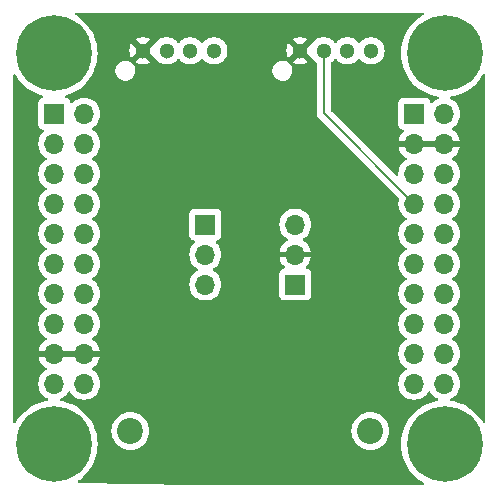
<source format=gbr>
%TF.GenerationSoftware,KiCad,Pcbnew,7.0.9*%
%TF.CreationDate,2023-12-29T11:45:24+09:00*%
%TF.ProjectId,CAT4238_Unit,43415434-3233-4385-9f55-6e69742e6b69,rev?*%
%TF.SameCoordinates,Original*%
%TF.FileFunction,Copper,L6,Bot*%
%TF.FilePolarity,Positive*%
%FSLAX46Y46*%
G04 Gerber Fmt 4.6, Leading zero omitted, Abs format (unit mm)*
G04 Created by KiCad (PCBNEW 7.0.9) date 2023-12-29 11:45:24*
%MOMM*%
%LPD*%
G01*
G04 APERTURE LIST*
%TA.AperFunction,ComponentPad*%
%ADD10R,1.700000X1.700000*%
%TD*%
%TA.AperFunction,ComponentPad*%
%ADD11O,1.700000X1.700000*%
%TD*%
%TA.AperFunction,ComponentPad*%
%ADD12C,0.800000*%
%TD*%
%TA.AperFunction,ComponentPad*%
%ADD13C,6.400000*%
%TD*%
%TA.AperFunction,ComponentPad*%
%ADD14C,2.200000*%
%TD*%
%TA.AperFunction,ComponentPad*%
%ADD15O,2.200000X2.200000*%
%TD*%
%TA.AperFunction,ComponentPad*%
%ADD16C,1.300000*%
%TD*%
%TA.AperFunction,Conductor*%
%ADD17C,0.200000*%
%TD*%
G04 APERTURE END LIST*
D10*
%TO.P,J5,1,Pin_1*%
%TO.N,+5V*%
X135890000Y-81240000D03*
D11*
%TO.P,J5,2,Pin_2*%
X138430000Y-81240000D03*
%TO.P,J5,3,Pin_3*%
%TO.N,/EN*%
X135890000Y-83780000D03*
%TO.P,J5,4,Pin_4*%
%TO.N,/IO34*%
X138430000Y-83780000D03*
%TO.P,J5,5,Pin_5*%
%TO.N,/IO32*%
X135890000Y-86320000D03*
%TO.P,J5,6,Pin_6*%
%TO.N,/IO35*%
X138430000Y-86320000D03*
%TO.P,J5,7,Pin_7*%
%TO.N,/IO25*%
X135890000Y-88860000D03*
%TO.P,J5,8,Pin_8*%
%TO.N,/IO33*%
X138430000Y-88860000D03*
%TO.P,J5,9,Pin_9*%
%TO.N,/IO27*%
X135890000Y-91400000D03*
%TO.P,J5,10,Pin_10*%
%TO.N,/IO26*%
X138430000Y-91400000D03*
%TO.P,J5,11,Pin_11*%
%TO.N,/IO12*%
X135890000Y-93940000D03*
%TO.P,J5,12,Pin_12*%
%TO.N,/IO14*%
X138430000Y-93940000D03*
%TO.P,J5,13,Pin_13*%
%TO.N,unconnected-(J5-Pin_13-Pad13)*%
X135890000Y-96480000D03*
%TO.P,J5,14,Pin_14*%
%TO.N,unconnected-(J5-Pin_14-Pad14)*%
X138430000Y-96480000D03*
%TO.P,J5,15,Pin_15*%
%TO.N,unconnected-(J5-Pin_15-Pad15)*%
X135890000Y-99020000D03*
%TO.P,J5,16,Pin_16*%
%TO.N,unconnected-(J5-Pin_16-Pad16)*%
X138430000Y-99020000D03*
%TO.P,J5,17,Pin_17*%
%TO.N,GND*%
X135890000Y-101560000D03*
%TO.P,J5,18,Pin_18*%
X138430000Y-101560000D03*
%TO.P,J5,19,Pin_19*%
%TO.N,+3V3*%
X135890000Y-104100000D03*
%TO.P,J5,20,Pin_20*%
X138430000Y-104100000D03*
%TD*%
D12*
%TO.P,H2,1*%
%TO.N,N/C*%
X133450000Y-109220000D03*
X134152944Y-107522944D03*
X134152944Y-110917056D03*
X135850000Y-106820000D03*
D13*
X135850000Y-109220000D03*
D12*
X135850000Y-111620000D03*
X137547056Y-107522944D03*
X137547056Y-110917056D03*
X138250000Y-109220000D03*
%TD*%
D14*
%TO.P,L1,1,1*%
%TO.N,+5V*%
X142340000Y-108100000D03*
D15*
%TO.P,L1,2,2*%
%TO.N,Net-(IC1-SW)*%
X162660000Y-108100000D03*
%TD*%
D12*
%TO.P,H1,1*%
%TO.N,N/C*%
X133450000Y-76120000D03*
X134152944Y-74422944D03*
X134152944Y-77817056D03*
X135850000Y-73720000D03*
D13*
X135850000Y-76120000D03*
D12*
X135850000Y-78520000D03*
X137547056Y-74422944D03*
X137547056Y-77817056D03*
X138250000Y-76120000D03*
%TD*%
D10*
%TO.P,J6,1,Pin_1*%
%TO.N,+3V3*%
X166370000Y-81240000D03*
D11*
%TO.P,J6,2,Pin_2*%
X168910000Y-81240000D03*
%TO.P,J6,3,Pin_3*%
%TO.N,GND*%
X166370000Y-83780000D03*
%TO.P,J6,4,Pin_4*%
X168910000Y-83780000D03*
%TO.P,J6,5,Pin_5*%
%TO.N,/TXD0*%
X166370000Y-86320000D03*
%TO.P,J6,6,Pin_6*%
%TO.N,/IO22*%
X168910000Y-86320000D03*
%TO.P,J6,7,Pin_7*%
%TO.N,/IO21*%
X166370000Y-88860000D03*
%TO.P,J6,8,Pin_8*%
%TO.N,/RXD0*%
X168910000Y-88860000D03*
%TO.P,J6,9,Pin_9*%
%TO.N,/IO18*%
X166370000Y-91400000D03*
%TO.P,J6,10,Pin_10*%
%TO.N,/IO19*%
X168910000Y-91400000D03*
%TO.P,J6,11,Pin_11*%
%TO.N,/IO17*%
X166370000Y-93940000D03*
%TO.P,J6,12,Pin_12*%
%TO.N,/IO5*%
X168910000Y-93940000D03*
%TO.P,J6,13,Pin_13*%
%TO.N,/IO4*%
X166370000Y-96480000D03*
%TO.P,J6,14,Pin_14*%
%TO.N,/IO16*%
X168910000Y-96480000D03*
%TO.P,J6,15,Pin_15*%
%TO.N,/IO2*%
X166370000Y-99020000D03*
%TO.P,J6,16,Pin_16*%
%TO.N,/IO0*%
X168910000Y-99020000D03*
%TO.P,J6,17,Pin_17*%
%TO.N,/IO15*%
X166370000Y-101560000D03*
%TO.P,J6,18,Pin_18*%
%TO.N,/IO13*%
X168910000Y-101560000D03*
%TO.P,J6,19,Pin_19*%
%TO.N,+5V*%
X166370000Y-104100000D03*
%TO.P,J6,20,Pin_20*%
X168910000Y-104100000D03*
%TD*%
D16*
%TO.P,J2,1,1*%
%TO.N,GND*%
X143400000Y-75900000D03*
%TO.P,J2,2,2*%
%TO.N,/IO21*%
X145400000Y-75900000D03*
%TO.P,J2,3,3*%
%TO.N,/IO32*%
X147400000Y-75900000D03*
%TO.P,J2,4,4*%
%TO.N,+5V*%
X149400000Y-75900000D03*
%TD*%
D12*
%TO.P,H3,1*%
%TO.N,N/C*%
X166550000Y-76120000D03*
X167252944Y-74422944D03*
X167252944Y-77817056D03*
X168950000Y-73720000D03*
D13*
X168950000Y-76120000D03*
D12*
X168950000Y-78520000D03*
X170647056Y-74422944D03*
X170647056Y-77817056D03*
X171350000Y-76120000D03*
%TD*%
D10*
%TO.P,J3,1,Pin_1*%
%TO.N,/SHDN*%
X148680000Y-90620000D03*
D11*
%TO.P,J3,2,Pin_2*%
%TO.N,unconnected-(J3-Pin_2-Pad2)*%
X148680000Y-93160000D03*
%TO.P,J3,3,Pin_3*%
%TO.N,+5V*%
X148680000Y-95700000D03*
%TD*%
D16*
%TO.P,J1,1,1*%
%TO.N,GND*%
X156700000Y-75900000D03*
%TO.P,J1,2,2*%
%TO.N,/IO21*%
X158700000Y-75900000D03*
%TO.P,J1,3,3*%
%TO.N,/LED_-*%
X160700000Y-75900000D03*
%TO.P,J1,4,4*%
%TO.N,/LED_+*%
X162700000Y-75900000D03*
%TD*%
D12*
%TO.P,H4,1*%
%TO.N,N/C*%
X166550000Y-109220000D03*
X167252944Y-107522944D03*
X167252944Y-110917056D03*
X168950000Y-106820000D03*
D13*
X168950000Y-109220000D03*
D12*
X168950000Y-111620000D03*
X170647056Y-107522944D03*
X170647056Y-110917056D03*
X171350000Y-109220000D03*
%TD*%
D10*
%TO.P,J4,1,Pin_1*%
%TO.N,Net-(IC1-SW)*%
X156300000Y-95700000D03*
D11*
%TO.P,J4,2,Pin_2*%
%TO.N,GND*%
X156300000Y-93160000D03*
%TO.P,J4,3,Pin_3*%
%TO.N,/LED_-*%
X156300000Y-90620000D03*
%TD*%
D17*
%TO.N,/IO21*%
X158700000Y-75900000D02*
X158700000Y-81190000D01*
X158700000Y-81190000D02*
X166370000Y-88860000D01*
%TD*%
%TA.AperFunction,Conductor*%
%TO.N,GND*%
G36*
X167119515Y-72690185D02*
G01*
X167165270Y-72742989D01*
X167175214Y-72812147D01*
X167146189Y-72875703D01*
X167108770Y-72904985D01*
X167097211Y-72910874D01*
X167097208Y-72910875D01*
X166771917Y-73122122D01*
X166470488Y-73366215D01*
X166470480Y-73366222D01*
X166196222Y-73640480D01*
X166196215Y-73640488D01*
X165952122Y-73941917D01*
X165740877Y-74267206D01*
X165564787Y-74612802D01*
X165425788Y-74974905D01*
X165325397Y-75349570D01*
X165325397Y-75349572D01*
X165264722Y-75732660D01*
X165244422Y-76119999D01*
X165244422Y-76120000D01*
X165264722Y-76507339D01*
X165314568Y-76822053D01*
X165325398Y-76890433D01*
X165408150Y-77199270D01*
X165425788Y-77265094D01*
X165564787Y-77627197D01*
X165740877Y-77972793D01*
X165952122Y-78298082D01*
X166043345Y-78410733D01*
X166196219Y-78599516D01*
X166470484Y-78873781D01*
X166470488Y-78873784D01*
X166771917Y-79117877D01*
X167097206Y-79329122D01*
X167097211Y-79329125D01*
X167442806Y-79505214D01*
X167804913Y-79644214D01*
X168179567Y-79744602D01*
X168332676Y-79768851D01*
X168395809Y-79798780D01*
X168432741Y-79858091D01*
X168431743Y-79927954D01*
X168393134Y-79986186D01*
X168365683Y-80003706D01*
X168232168Y-80065966D01*
X168038600Y-80201503D01*
X167916673Y-80323430D01*
X167855350Y-80356914D01*
X167785658Y-80351930D01*
X167729725Y-80310058D01*
X167712810Y-80279081D01*
X167663797Y-80147671D01*
X167663793Y-80147664D01*
X167577547Y-80032455D01*
X167577544Y-80032452D01*
X167462335Y-79946206D01*
X167462328Y-79946202D01*
X167327482Y-79895908D01*
X167327483Y-79895908D01*
X167267883Y-79889501D01*
X167267881Y-79889500D01*
X167267873Y-79889500D01*
X167267864Y-79889500D01*
X165472129Y-79889500D01*
X165472123Y-79889501D01*
X165412516Y-79895908D01*
X165277671Y-79946202D01*
X165277664Y-79946206D01*
X165162455Y-80032452D01*
X165162452Y-80032455D01*
X165076206Y-80147664D01*
X165076202Y-80147671D01*
X165025908Y-80282517D01*
X165019501Y-80342116D01*
X165019500Y-80342135D01*
X165019500Y-82137870D01*
X165019501Y-82137876D01*
X165025908Y-82197483D01*
X165076202Y-82332328D01*
X165076206Y-82332335D01*
X165162452Y-82447544D01*
X165162455Y-82447547D01*
X165277664Y-82533793D01*
X165277671Y-82533797D01*
X165277674Y-82533798D01*
X165409598Y-82583002D01*
X165465531Y-82624873D01*
X165489949Y-82690337D01*
X165475098Y-82758610D01*
X165453947Y-82786865D01*
X165331886Y-82908926D01*
X165196400Y-83102420D01*
X165196399Y-83102422D01*
X165096570Y-83316507D01*
X165096567Y-83316513D01*
X165039364Y-83529999D01*
X165039364Y-83530000D01*
X165936314Y-83530000D01*
X165910507Y-83570156D01*
X165870000Y-83708111D01*
X165870000Y-83851889D01*
X165910507Y-83989844D01*
X165936314Y-84030000D01*
X165039364Y-84030000D01*
X165096567Y-84243486D01*
X165096570Y-84243492D01*
X165196399Y-84457578D01*
X165331894Y-84651082D01*
X165498917Y-84818105D01*
X165684595Y-84948119D01*
X165728219Y-85002696D01*
X165735412Y-85072195D01*
X165703890Y-85134549D01*
X165684595Y-85151269D01*
X165498594Y-85281508D01*
X165331505Y-85448597D01*
X165195965Y-85642169D01*
X165195964Y-85642171D01*
X165096098Y-85856335D01*
X165096094Y-85856344D01*
X165034938Y-86084586D01*
X165034936Y-86084596D01*
X165014341Y-86319999D01*
X165014341Y-86320000D01*
X165016777Y-86347844D01*
X165003010Y-86416344D01*
X164954395Y-86466528D01*
X164886367Y-86482461D01*
X164820523Y-86459086D01*
X164805568Y-86446333D01*
X159336819Y-80977584D01*
X159303334Y-80916261D01*
X159300500Y-80889903D01*
X159300500Y-76950437D01*
X159320185Y-76883398D01*
X159359222Y-76845010D01*
X159396302Y-76822052D01*
X159553872Y-76678407D01*
X159601046Y-76615938D01*
X159657155Y-76574303D01*
X159726867Y-76569612D01*
X159788049Y-76603354D01*
X159798953Y-76615938D01*
X159846128Y-76678407D01*
X160003698Y-76822052D01*
X160184981Y-76934298D01*
X160383802Y-77011321D01*
X160593390Y-77050500D01*
X160593392Y-77050500D01*
X160806608Y-77050500D01*
X160806610Y-77050500D01*
X161016198Y-77011321D01*
X161215019Y-76934298D01*
X161396302Y-76822052D01*
X161553872Y-76678407D01*
X161601046Y-76615938D01*
X161657155Y-76574303D01*
X161726867Y-76569612D01*
X161788049Y-76603354D01*
X161798953Y-76615938D01*
X161846128Y-76678407D01*
X162003698Y-76822052D01*
X162184981Y-76934298D01*
X162383802Y-77011321D01*
X162593390Y-77050500D01*
X162593392Y-77050500D01*
X162806608Y-77050500D01*
X162806610Y-77050500D01*
X163016198Y-77011321D01*
X163215019Y-76934298D01*
X163396302Y-76822052D01*
X163553872Y-76678407D01*
X163682366Y-76508255D01*
X163777405Y-76317389D01*
X163835756Y-76112310D01*
X163855429Y-75900000D01*
X163835756Y-75687690D01*
X163777405Y-75482611D01*
X163777403Y-75482606D01*
X163777403Y-75482605D01*
X163682367Y-75291746D01*
X163553872Y-75121593D01*
X163396302Y-74977948D01*
X163215019Y-74865702D01*
X163215017Y-74865701D01*
X163017447Y-74789163D01*
X163016198Y-74788679D01*
X162806610Y-74749500D01*
X162593390Y-74749500D01*
X162383802Y-74788679D01*
X162383799Y-74788679D01*
X162383799Y-74788680D01*
X162184982Y-74865701D01*
X162184980Y-74865702D01*
X162003699Y-74977947D01*
X161846126Y-75121594D01*
X161798953Y-75184061D01*
X161742844Y-75225696D01*
X161673132Y-75230387D01*
X161611950Y-75196644D01*
X161601047Y-75184061D01*
X161553873Y-75121594D01*
X161553872Y-75121593D01*
X161396302Y-74977948D01*
X161215019Y-74865702D01*
X161215017Y-74865701D01*
X161017447Y-74789163D01*
X161016198Y-74788679D01*
X160806610Y-74749500D01*
X160593390Y-74749500D01*
X160383802Y-74788679D01*
X160383799Y-74788679D01*
X160383799Y-74788680D01*
X160184982Y-74865701D01*
X160184980Y-74865702D01*
X160003699Y-74977947D01*
X159846126Y-75121594D01*
X159798953Y-75184061D01*
X159742844Y-75225696D01*
X159673132Y-75230387D01*
X159611950Y-75196644D01*
X159601047Y-75184061D01*
X159553873Y-75121594D01*
X159553872Y-75121593D01*
X159396302Y-74977948D01*
X159215019Y-74865702D01*
X159215017Y-74865701D01*
X159017447Y-74789163D01*
X159016198Y-74788679D01*
X158806610Y-74749500D01*
X158593390Y-74749500D01*
X158383802Y-74788679D01*
X158383799Y-74788679D01*
X158383799Y-74788680D01*
X158184982Y-74865701D01*
X158184980Y-74865702D01*
X158003699Y-74977947D01*
X157846126Y-75121594D01*
X157764065Y-75230259D01*
X157707956Y-75271894D01*
X157677280Y-75276271D01*
X157097953Y-75855598D01*
X157085165Y-75774852D01*
X157027641Y-75661955D01*
X156938045Y-75572359D01*
X156825148Y-75514835D01*
X156744400Y-75502046D01*
X157317007Y-74929438D01*
X157214789Y-74866149D01*
X157016063Y-74789163D01*
X157016058Y-74789162D01*
X156806561Y-74750000D01*
X156593439Y-74750000D01*
X156383941Y-74789162D01*
X156383940Y-74789162D01*
X156185208Y-74866151D01*
X156185205Y-74866152D01*
X156082991Y-74929438D01*
X156655600Y-75502046D01*
X156574852Y-75514835D01*
X156461955Y-75572359D01*
X156372359Y-75661955D01*
X156314835Y-75774852D01*
X156302046Y-75855600D01*
X155726835Y-75280389D01*
X155718056Y-75292015D01*
X155623066Y-75482783D01*
X155623058Y-75482803D01*
X155564738Y-75687780D01*
X155564737Y-75687783D01*
X155545073Y-75899999D01*
X155545073Y-75900000D01*
X155564737Y-76112216D01*
X155564738Y-76112219D01*
X155623058Y-76317196D01*
X155623066Y-76317216D01*
X155718060Y-76507990D01*
X155726834Y-76519609D01*
X155726835Y-76519609D01*
X156302046Y-75944399D01*
X156314835Y-76025148D01*
X156372359Y-76138045D01*
X156461955Y-76227641D01*
X156574852Y-76285165D01*
X156655599Y-76297953D01*
X156082991Y-76870560D01*
X156082992Y-76870561D01*
X156185201Y-76933845D01*
X156185210Y-76933850D01*
X156383936Y-77010836D01*
X156383941Y-77010837D01*
X156593439Y-77050000D01*
X156806561Y-77050000D01*
X157016058Y-77010837D01*
X157016063Y-77010836D01*
X157214789Y-76933850D01*
X157214793Y-76933848D01*
X157317007Y-76870560D01*
X156744401Y-76297953D01*
X156825148Y-76285165D01*
X156938045Y-76227641D01*
X157027641Y-76138045D01*
X157085165Y-76025148D01*
X157097953Y-75944400D01*
X157679327Y-76525774D01*
X157724766Y-76535758D01*
X157764063Y-76569736D01*
X157798954Y-76615939D01*
X157846127Y-76678406D01*
X158003699Y-76822053D01*
X158006130Y-76823558D01*
X158040777Y-76845010D01*
X158087412Y-76897036D01*
X158099500Y-76950437D01*
X158099500Y-81146571D01*
X158098969Y-81154673D01*
X158094318Y-81189999D01*
X158094318Y-81190000D01*
X158099500Y-81229360D01*
X158114955Y-81346760D01*
X158114956Y-81346762D01*
X158175464Y-81492841D01*
X158271718Y-81618282D01*
X158299995Y-81639980D01*
X158306085Y-81645320D01*
X161687958Y-85027193D01*
X165037233Y-88376468D01*
X165070718Y-88437791D01*
X165069327Y-88496241D01*
X165034939Y-88624583D01*
X165034936Y-88624596D01*
X165014341Y-88859999D01*
X165014341Y-88860000D01*
X165034936Y-89095403D01*
X165034938Y-89095413D01*
X165096094Y-89323655D01*
X165096096Y-89323659D01*
X165096097Y-89323663D01*
X165176004Y-89495023D01*
X165195965Y-89537830D01*
X165195967Y-89537834D01*
X165226547Y-89581506D01*
X165331501Y-89731396D01*
X165331506Y-89731402D01*
X165498597Y-89898493D01*
X165498603Y-89898498D01*
X165684158Y-90028425D01*
X165727783Y-90083002D01*
X165734977Y-90152500D01*
X165703454Y-90214855D01*
X165684158Y-90231575D01*
X165498597Y-90361505D01*
X165331505Y-90528597D01*
X165195965Y-90722169D01*
X165195964Y-90722171D01*
X165096098Y-90936335D01*
X165096094Y-90936344D01*
X165034938Y-91164586D01*
X165034936Y-91164596D01*
X165014341Y-91399999D01*
X165014341Y-91400000D01*
X165034936Y-91635403D01*
X165034938Y-91635413D01*
X165096094Y-91863655D01*
X165096096Y-91863659D01*
X165096097Y-91863663D01*
X165145916Y-91970499D01*
X165195965Y-92077830D01*
X165195967Y-92077834D01*
X165258174Y-92166674D01*
X165331501Y-92271396D01*
X165331506Y-92271402D01*
X165498597Y-92438493D01*
X165498603Y-92438498D01*
X165684158Y-92568425D01*
X165727783Y-92623002D01*
X165734977Y-92692500D01*
X165703454Y-92754855D01*
X165684158Y-92771575D01*
X165498597Y-92901505D01*
X165331505Y-93068597D01*
X165195965Y-93262169D01*
X165195964Y-93262171D01*
X165096098Y-93476335D01*
X165096094Y-93476344D01*
X165034938Y-93704586D01*
X165034936Y-93704596D01*
X165014341Y-93939999D01*
X165014341Y-93940000D01*
X165034936Y-94175403D01*
X165034938Y-94175413D01*
X165096094Y-94403655D01*
X165096096Y-94403659D01*
X165096097Y-94403663D01*
X165130294Y-94476998D01*
X165195965Y-94617830D01*
X165195967Y-94617834D01*
X165226547Y-94661506D01*
X165331501Y-94811396D01*
X165331506Y-94811402D01*
X165498597Y-94978493D01*
X165498603Y-94978498D01*
X165684158Y-95108425D01*
X165727783Y-95163002D01*
X165734977Y-95232500D01*
X165703454Y-95294855D01*
X165684158Y-95311575D01*
X165498597Y-95441505D01*
X165331505Y-95608597D01*
X165195965Y-95802169D01*
X165195964Y-95802171D01*
X165096098Y-96016335D01*
X165096094Y-96016344D01*
X165034938Y-96244586D01*
X165034936Y-96244596D01*
X165014341Y-96479999D01*
X165014341Y-96480000D01*
X165034936Y-96715403D01*
X165034938Y-96715413D01*
X165096094Y-96943655D01*
X165096096Y-96943659D01*
X165096097Y-96943663D01*
X165145915Y-97050498D01*
X165195965Y-97157830D01*
X165195967Y-97157834D01*
X165304281Y-97312521D01*
X165331501Y-97351396D01*
X165331506Y-97351402D01*
X165498597Y-97518493D01*
X165498603Y-97518498D01*
X165684158Y-97648425D01*
X165727783Y-97703002D01*
X165734977Y-97772500D01*
X165703454Y-97834855D01*
X165684158Y-97851575D01*
X165498597Y-97981505D01*
X165331505Y-98148597D01*
X165195965Y-98342169D01*
X165195964Y-98342171D01*
X165096098Y-98556335D01*
X165096094Y-98556344D01*
X165034938Y-98784586D01*
X165034936Y-98784596D01*
X165014341Y-99019999D01*
X165014341Y-99020000D01*
X165034936Y-99255403D01*
X165034938Y-99255413D01*
X165096094Y-99483655D01*
X165096096Y-99483659D01*
X165096097Y-99483663D01*
X165100000Y-99492032D01*
X165195965Y-99697830D01*
X165195967Y-99697834D01*
X165304281Y-99852521D01*
X165331501Y-99891396D01*
X165331506Y-99891402D01*
X165498597Y-100058493D01*
X165498603Y-100058498D01*
X165684158Y-100188425D01*
X165727783Y-100243002D01*
X165734977Y-100312500D01*
X165703454Y-100374855D01*
X165684158Y-100391575D01*
X165498597Y-100521505D01*
X165331505Y-100688597D01*
X165195965Y-100882169D01*
X165195964Y-100882171D01*
X165096098Y-101096335D01*
X165096094Y-101096344D01*
X165034938Y-101324586D01*
X165034936Y-101324596D01*
X165014341Y-101559999D01*
X165014341Y-101560000D01*
X165034936Y-101795403D01*
X165034938Y-101795413D01*
X165096094Y-102023655D01*
X165096096Y-102023659D01*
X165096097Y-102023663D01*
X165175597Y-102194151D01*
X165195965Y-102237830D01*
X165195967Y-102237834D01*
X165304281Y-102392521D01*
X165331501Y-102431396D01*
X165331506Y-102431402D01*
X165498597Y-102598493D01*
X165498603Y-102598498D01*
X165684158Y-102728425D01*
X165727783Y-102783002D01*
X165734977Y-102852500D01*
X165703454Y-102914855D01*
X165684158Y-102931575D01*
X165498597Y-103061505D01*
X165331505Y-103228597D01*
X165195965Y-103422169D01*
X165195964Y-103422171D01*
X165096098Y-103636335D01*
X165096094Y-103636344D01*
X165034938Y-103864586D01*
X165034936Y-103864596D01*
X165014341Y-104099999D01*
X165014341Y-104100000D01*
X165034936Y-104335403D01*
X165034938Y-104335413D01*
X165096094Y-104563655D01*
X165096096Y-104563659D01*
X165096097Y-104563663D01*
X165100000Y-104572032D01*
X165195965Y-104777830D01*
X165195967Y-104777834D01*
X165304281Y-104932521D01*
X165331505Y-104971401D01*
X165498599Y-105138495D01*
X165595384Y-105206265D01*
X165692165Y-105274032D01*
X165692167Y-105274033D01*
X165692170Y-105274035D01*
X165906337Y-105373903D01*
X166134592Y-105435063D01*
X166322918Y-105451539D01*
X166369999Y-105455659D01*
X166370000Y-105455659D01*
X166370001Y-105455659D01*
X166409234Y-105452226D01*
X166605408Y-105435063D01*
X166833663Y-105373903D01*
X167047830Y-105274035D01*
X167241401Y-105138495D01*
X167408495Y-104971401D01*
X167538425Y-104785842D01*
X167593002Y-104742217D01*
X167662500Y-104735023D01*
X167724855Y-104766546D01*
X167741575Y-104785842D01*
X167871500Y-104971395D01*
X167871505Y-104971401D01*
X168038599Y-105138495D01*
X168135384Y-105206265D01*
X168232165Y-105274032D01*
X168232167Y-105274033D01*
X168232170Y-105274035D01*
X168336003Y-105322453D01*
X168365682Y-105336293D01*
X168418121Y-105382466D01*
X168437273Y-105449659D01*
X168417057Y-105516540D01*
X168363892Y-105561875D01*
X168332675Y-105571148D01*
X168179572Y-105595397D01*
X168179570Y-105595397D01*
X167804905Y-105695788D01*
X167442802Y-105834787D01*
X167097206Y-106010877D01*
X166771917Y-106222122D01*
X166470488Y-106466215D01*
X166470480Y-106466222D01*
X166196222Y-106740480D01*
X166196215Y-106740488D01*
X165952122Y-107041917D01*
X165740877Y-107367206D01*
X165564787Y-107712802D01*
X165425788Y-108074905D01*
X165325397Y-108449570D01*
X165325397Y-108449572D01*
X165264722Y-108832660D01*
X165244422Y-109219999D01*
X165244422Y-109220000D01*
X165264722Y-109607339D01*
X165325397Y-109990427D01*
X165325397Y-109990429D01*
X165425788Y-110365094D01*
X165564787Y-110727197D01*
X165740877Y-111072793D01*
X165952122Y-111398082D01*
X165952124Y-111398084D01*
X166196219Y-111699516D01*
X166470484Y-111973781D01*
X166470488Y-111973784D01*
X166771917Y-112217877D01*
X167097208Y-112429124D01*
X167097211Y-112429125D01*
X167108770Y-112435015D01*
X167159566Y-112482989D01*
X167176362Y-112550809D01*
X167153825Y-112616944D01*
X167099111Y-112660397D01*
X167052476Y-112669500D01*
X147669500Y-112669500D01*
X138005057Y-112503280D01*
X137938366Y-112482445D01*
X137893525Y-112428862D01*
X137884773Y-112359543D01*
X137914886Y-112296496D01*
X137939654Y-112275303D01*
X138028082Y-112217877D01*
X138028084Y-112217876D01*
X138329516Y-111973781D01*
X138603781Y-111699516D01*
X138847876Y-111398084D01*
X139059125Y-111072789D01*
X139235214Y-110727194D01*
X139374214Y-110365087D01*
X139474602Y-109990433D01*
X139535278Y-109607338D01*
X139555578Y-109220000D01*
X139535278Y-108832662D01*
X139474602Y-108449567D01*
X139380936Y-108100000D01*
X140734551Y-108100000D01*
X140754317Y-108351151D01*
X140813126Y-108596110D01*
X140909533Y-108828859D01*
X141041160Y-109043653D01*
X141041161Y-109043656D01*
X141041164Y-109043659D01*
X141204776Y-109235224D01*
X141353066Y-109361875D01*
X141396343Y-109398838D01*
X141396346Y-109398839D01*
X141611140Y-109530466D01*
X141843889Y-109626873D01*
X142088852Y-109685683D01*
X142340000Y-109705449D01*
X142591148Y-109685683D01*
X142836111Y-109626873D01*
X143068859Y-109530466D01*
X143283659Y-109398836D01*
X143475224Y-109235224D01*
X143638836Y-109043659D01*
X143770466Y-108828859D01*
X143866873Y-108596111D01*
X143925683Y-108351148D01*
X143945449Y-108100000D01*
X161054551Y-108100000D01*
X161074317Y-108351151D01*
X161133126Y-108596110D01*
X161229533Y-108828859D01*
X161361160Y-109043653D01*
X161361161Y-109043656D01*
X161361164Y-109043659D01*
X161524776Y-109235224D01*
X161673066Y-109361875D01*
X161716343Y-109398838D01*
X161716346Y-109398839D01*
X161931140Y-109530466D01*
X162163889Y-109626873D01*
X162408852Y-109685683D01*
X162660000Y-109705449D01*
X162911148Y-109685683D01*
X163156111Y-109626873D01*
X163388859Y-109530466D01*
X163603659Y-109398836D01*
X163795224Y-109235224D01*
X163958836Y-109043659D01*
X164090466Y-108828859D01*
X164186873Y-108596111D01*
X164245683Y-108351148D01*
X164265449Y-108100000D01*
X164245683Y-107848852D01*
X164186873Y-107603889D01*
X164109125Y-107416188D01*
X164090466Y-107371140D01*
X163958839Y-107156346D01*
X163958838Y-107156343D01*
X163921875Y-107113066D01*
X163795224Y-106964776D01*
X163668571Y-106856604D01*
X163603656Y-106801161D01*
X163603653Y-106801160D01*
X163388859Y-106669533D01*
X163156110Y-106573126D01*
X162911151Y-106514317D01*
X162660000Y-106494551D01*
X162408848Y-106514317D01*
X162163889Y-106573126D01*
X161931140Y-106669533D01*
X161716346Y-106801160D01*
X161716343Y-106801161D01*
X161524776Y-106964776D01*
X161361161Y-107156343D01*
X161361160Y-107156346D01*
X161229533Y-107371140D01*
X161133126Y-107603889D01*
X161074317Y-107848848D01*
X161054551Y-108100000D01*
X143945449Y-108100000D01*
X143925683Y-107848852D01*
X143866873Y-107603889D01*
X143789125Y-107416188D01*
X143770466Y-107371140D01*
X143638839Y-107156346D01*
X143638838Y-107156343D01*
X143601875Y-107113066D01*
X143475224Y-106964776D01*
X143348571Y-106856604D01*
X143283656Y-106801161D01*
X143283653Y-106801160D01*
X143068859Y-106669533D01*
X142836110Y-106573126D01*
X142591151Y-106514317D01*
X142340000Y-106494551D01*
X142088848Y-106514317D01*
X141843889Y-106573126D01*
X141611140Y-106669533D01*
X141396346Y-106801160D01*
X141396343Y-106801161D01*
X141204776Y-106964776D01*
X141041161Y-107156343D01*
X141041160Y-107156346D01*
X140909533Y-107371140D01*
X140813126Y-107603889D01*
X140754317Y-107848848D01*
X140734551Y-108100000D01*
X139380936Y-108100000D01*
X139374214Y-108074913D01*
X139235214Y-107712806D01*
X139059125Y-107367211D01*
X139059122Y-107367207D01*
X139059122Y-107367206D01*
X138847877Y-107041917D01*
X138603784Y-106740488D01*
X138603781Y-106740484D01*
X138329516Y-106466219D01*
X138028084Y-106222124D01*
X138028082Y-106222122D01*
X137702793Y-106010877D01*
X137357197Y-105834787D01*
X136995094Y-105695788D01*
X136995087Y-105695786D01*
X136620433Y-105595398D01*
X136620429Y-105595397D01*
X136620428Y-105595397D01*
X136467324Y-105571148D01*
X136404189Y-105541219D01*
X136367258Y-105481907D01*
X136368256Y-105412045D01*
X136406866Y-105353812D01*
X136434315Y-105336294D01*
X136567830Y-105274035D01*
X136761401Y-105138495D01*
X136928495Y-104971401D01*
X137058425Y-104785842D01*
X137113002Y-104742217D01*
X137182500Y-104735023D01*
X137244855Y-104766546D01*
X137261575Y-104785842D01*
X137391500Y-104971395D01*
X137391505Y-104971401D01*
X137558599Y-105138495D01*
X137655384Y-105206265D01*
X137752165Y-105274032D01*
X137752167Y-105274033D01*
X137752170Y-105274035D01*
X137966337Y-105373903D01*
X138194592Y-105435063D01*
X138382918Y-105451539D01*
X138429999Y-105455659D01*
X138430000Y-105455659D01*
X138430001Y-105455659D01*
X138469234Y-105452226D01*
X138665408Y-105435063D01*
X138893663Y-105373903D01*
X139107830Y-105274035D01*
X139301401Y-105138495D01*
X139468495Y-104971401D01*
X139604035Y-104777830D01*
X139703903Y-104563663D01*
X139765063Y-104335408D01*
X139785659Y-104100000D01*
X139765063Y-103864592D01*
X139703903Y-103636337D01*
X139604035Y-103422171D01*
X139598425Y-103414158D01*
X139468494Y-103228597D01*
X139301402Y-103061506D01*
X139301401Y-103061505D01*
X139115405Y-102931269D01*
X139071781Y-102876692D01*
X139064588Y-102807193D01*
X139096110Y-102744839D01*
X139115405Y-102728119D01*
X139301082Y-102598105D01*
X139468105Y-102431082D01*
X139603600Y-102237578D01*
X139703429Y-102023492D01*
X139703432Y-102023486D01*
X139760636Y-101810000D01*
X138863686Y-101810000D01*
X138889493Y-101769844D01*
X138930000Y-101631889D01*
X138930000Y-101488111D01*
X138889493Y-101350156D01*
X138863686Y-101310000D01*
X139760636Y-101310000D01*
X139760635Y-101309999D01*
X139703432Y-101096513D01*
X139703429Y-101096507D01*
X139603600Y-100882422D01*
X139603599Y-100882420D01*
X139468113Y-100688926D01*
X139468108Y-100688920D01*
X139301078Y-100521890D01*
X139115405Y-100391879D01*
X139071780Y-100337302D01*
X139064588Y-100267804D01*
X139096110Y-100205449D01*
X139115406Y-100188730D01*
X139115842Y-100188425D01*
X139301401Y-100058495D01*
X139468495Y-99891401D01*
X139604035Y-99697830D01*
X139703903Y-99483663D01*
X139765063Y-99255408D01*
X139785659Y-99020000D01*
X139765063Y-98784592D01*
X139703903Y-98556337D01*
X139604035Y-98342171D01*
X139598425Y-98334158D01*
X139468494Y-98148597D01*
X139301402Y-97981506D01*
X139301396Y-97981501D01*
X139115842Y-97851575D01*
X139072217Y-97796998D01*
X139065023Y-97727500D01*
X139096546Y-97665145D01*
X139115842Y-97648425D01*
X139138026Y-97632891D01*
X139301401Y-97518495D01*
X139468495Y-97351401D01*
X139604035Y-97157830D01*
X139703903Y-96943663D01*
X139765063Y-96715408D01*
X139785659Y-96480000D01*
X139765063Y-96244592D01*
X139703903Y-96016337D01*
X139604035Y-95802171D01*
X139598425Y-95794158D01*
X139532495Y-95700000D01*
X147324341Y-95700000D01*
X147344936Y-95935403D01*
X147344938Y-95935413D01*
X147406094Y-96163655D01*
X147406096Y-96163659D01*
X147406097Y-96163663D01*
X147443832Y-96244586D01*
X147505965Y-96377830D01*
X147505967Y-96377834D01*
X147577505Y-96480000D01*
X147641505Y-96571401D01*
X147808599Y-96738495D01*
X147905384Y-96806265D01*
X148002165Y-96874032D01*
X148002167Y-96874033D01*
X148002170Y-96874035D01*
X148216337Y-96973903D01*
X148444592Y-97035063D01*
X148621034Y-97050500D01*
X148679999Y-97055659D01*
X148680000Y-97055659D01*
X148680001Y-97055659D01*
X148738966Y-97050500D01*
X148915408Y-97035063D01*
X149143663Y-96973903D01*
X149357830Y-96874035D01*
X149551401Y-96738495D01*
X149718495Y-96571401D01*
X149854035Y-96377830D01*
X149953903Y-96163663D01*
X150015063Y-95935408D01*
X150035659Y-95700000D01*
X150015063Y-95464592D01*
X149953903Y-95236337D01*
X149854035Y-95022171D01*
X149823452Y-94978493D01*
X149718494Y-94828597D01*
X149551402Y-94661506D01*
X149551396Y-94661501D01*
X149365842Y-94531575D01*
X149322217Y-94476998D01*
X149315023Y-94407500D01*
X149346546Y-94345145D01*
X149365842Y-94328425D01*
X149388026Y-94312891D01*
X149551401Y-94198495D01*
X149718495Y-94031401D01*
X149854035Y-93837830D01*
X149953903Y-93623663D01*
X150015063Y-93395408D01*
X150035659Y-93160000D01*
X150015063Y-92924592D01*
X149953903Y-92696337D01*
X149854035Y-92482171D01*
X149823451Y-92438493D01*
X149718496Y-92288600D01*
X149701291Y-92271395D01*
X149596567Y-92166671D01*
X149563084Y-92105351D01*
X149568068Y-92035659D01*
X149609939Y-91979725D01*
X149640915Y-91962810D01*
X149772331Y-91913796D01*
X149887546Y-91827546D01*
X149973796Y-91712331D01*
X150024091Y-91577483D01*
X150030500Y-91517873D01*
X150030499Y-90620000D01*
X154944341Y-90620000D01*
X154964936Y-90855403D01*
X154964938Y-90855413D01*
X155026094Y-91083655D01*
X155026096Y-91083659D01*
X155026097Y-91083663D01*
X155063832Y-91164586D01*
X155125965Y-91297830D01*
X155125967Y-91297834D01*
X155261501Y-91491395D01*
X155261506Y-91491402D01*
X155428597Y-91658493D01*
X155428603Y-91658498D01*
X155614594Y-91788730D01*
X155658219Y-91843307D01*
X155665413Y-91912805D01*
X155633890Y-91975160D01*
X155614595Y-91991880D01*
X155428922Y-92121890D01*
X155428920Y-92121891D01*
X155261891Y-92288920D01*
X155261886Y-92288926D01*
X155126400Y-92482420D01*
X155126399Y-92482422D01*
X155026570Y-92696507D01*
X155026567Y-92696513D01*
X154969364Y-92909999D01*
X154969364Y-92910000D01*
X155866314Y-92910000D01*
X155840507Y-92950156D01*
X155800000Y-93088111D01*
X155800000Y-93231889D01*
X155840507Y-93369844D01*
X155866314Y-93410000D01*
X154969364Y-93410000D01*
X155026567Y-93623486D01*
X155026570Y-93623492D01*
X155126399Y-93837578D01*
X155261894Y-94031082D01*
X155383946Y-94153134D01*
X155417431Y-94214457D01*
X155412447Y-94284149D01*
X155370575Y-94340082D01*
X155339598Y-94356997D01*
X155207671Y-94406202D01*
X155207664Y-94406206D01*
X155092455Y-94492452D01*
X155092452Y-94492455D01*
X155006206Y-94607664D01*
X155006202Y-94607671D01*
X154955908Y-94742517D01*
X154949501Y-94802116D01*
X154949501Y-94802123D01*
X154949500Y-94802135D01*
X154949500Y-96597870D01*
X154949501Y-96597876D01*
X154955908Y-96657483D01*
X155006202Y-96792328D01*
X155006206Y-96792335D01*
X155092452Y-96907544D01*
X155092455Y-96907547D01*
X155207664Y-96993793D01*
X155207671Y-96993797D01*
X155342517Y-97044091D01*
X155342516Y-97044091D01*
X155349444Y-97044835D01*
X155402127Y-97050500D01*
X157197872Y-97050499D01*
X157257483Y-97044091D01*
X157392331Y-96993796D01*
X157507546Y-96907546D01*
X157593796Y-96792331D01*
X157644091Y-96657483D01*
X157650500Y-96597873D01*
X157650499Y-94802128D01*
X157644091Y-94742517D01*
X157597587Y-94617834D01*
X157593797Y-94607671D01*
X157593793Y-94607664D01*
X157507547Y-94492455D01*
X157507544Y-94492452D01*
X157392335Y-94406206D01*
X157392328Y-94406202D01*
X157260401Y-94356997D01*
X157204467Y-94315126D01*
X157180050Y-94249662D01*
X157194902Y-94181389D01*
X157216053Y-94153133D01*
X157338108Y-94031078D01*
X157473600Y-93837578D01*
X157573429Y-93623492D01*
X157573432Y-93623486D01*
X157630636Y-93410000D01*
X156733686Y-93410000D01*
X156759493Y-93369844D01*
X156800000Y-93231889D01*
X156800000Y-93088111D01*
X156759493Y-92950156D01*
X156733686Y-92910000D01*
X157630636Y-92910000D01*
X157630635Y-92909999D01*
X157573432Y-92696513D01*
X157573429Y-92696507D01*
X157473600Y-92482422D01*
X157473599Y-92482420D01*
X157338113Y-92288926D01*
X157338108Y-92288920D01*
X157171078Y-92121890D01*
X156985405Y-91991879D01*
X156941780Y-91937302D01*
X156934588Y-91867804D01*
X156966110Y-91805449D01*
X156985406Y-91788730D01*
X157171401Y-91658495D01*
X157338495Y-91491401D01*
X157474035Y-91297830D01*
X157573903Y-91083663D01*
X157635063Y-90855408D01*
X157655659Y-90620000D01*
X157635063Y-90384592D01*
X157573903Y-90156337D01*
X157474035Y-89942171D01*
X157443452Y-89898493D01*
X157338494Y-89748597D01*
X157171402Y-89581506D01*
X157171395Y-89581501D01*
X156977834Y-89445967D01*
X156977830Y-89445965D01*
X156977828Y-89445964D01*
X156763663Y-89346097D01*
X156763659Y-89346096D01*
X156763655Y-89346094D01*
X156535413Y-89284938D01*
X156535403Y-89284936D01*
X156300001Y-89264341D01*
X156299999Y-89264341D01*
X156064596Y-89284936D01*
X156064586Y-89284938D01*
X155836344Y-89346094D01*
X155836335Y-89346098D01*
X155622171Y-89445964D01*
X155622169Y-89445965D01*
X155428597Y-89581505D01*
X155261505Y-89748597D01*
X155125965Y-89942169D01*
X155125964Y-89942171D01*
X155026098Y-90156335D01*
X155026094Y-90156344D01*
X154964938Y-90384586D01*
X154964936Y-90384596D01*
X154944341Y-90619999D01*
X154944341Y-90620000D01*
X150030499Y-90620000D01*
X150030499Y-89722128D01*
X150024091Y-89662517D01*
X149977587Y-89537834D01*
X149973797Y-89527671D01*
X149973793Y-89527664D01*
X149887547Y-89412455D01*
X149887544Y-89412452D01*
X149772335Y-89326206D01*
X149772328Y-89326202D01*
X149637482Y-89275908D01*
X149637483Y-89275908D01*
X149577883Y-89269501D01*
X149577881Y-89269500D01*
X149577873Y-89269500D01*
X149577864Y-89269500D01*
X147782129Y-89269500D01*
X147782123Y-89269501D01*
X147722516Y-89275908D01*
X147587671Y-89326202D01*
X147587664Y-89326206D01*
X147472455Y-89412452D01*
X147472452Y-89412455D01*
X147386206Y-89527664D01*
X147386202Y-89527671D01*
X147335908Y-89662517D01*
X147329501Y-89722116D01*
X147329501Y-89722123D01*
X147329500Y-89722135D01*
X147329500Y-91517870D01*
X147329501Y-91517876D01*
X147335908Y-91577483D01*
X147386202Y-91712328D01*
X147386206Y-91712335D01*
X147472452Y-91827544D01*
X147472455Y-91827547D01*
X147587664Y-91913793D01*
X147587671Y-91913797D01*
X147719081Y-91962810D01*
X147775015Y-92004681D01*
X147799432Y-92070145D01*
X147784580Y-92138418D01*
X147763430Y-92166673D01*
X147641503Y-92288600D01*
X147505965Y-92482169D01*
X147505964Y-92482171D01*
X147406098Y-92696335D01*
X147406094Y-92696344D01*
X147344938Y-92924586D01*
X147344936Y-92924596D01*
X147324341Y-93159999D01*
X147324341Y-93160000D01*
X147344936Y-93395403D01*
X147344938Y-93395413D01*
X147406094Y-93623655D01*
X147406096Y-93623659D01*
X147406097Y-93623663D01*
X147443832Y-93704586D01*
X147505965Y-93837830D01*
X147505967Y-93837834D01*
X147641501Y-94031395D01*
X147641506Y-94031402D01*
X147808597Y-94198493D01*
X147808603Y-94198498D01*
X147994158Y-94328425D01*
X148037783Y-94383002D01*
X148044977Y-94452500D01*
X148013454Y-94514855D01*
X147994158Y-94531575D01*
X147808597Y-94661505D01*
X147641505Y-94828597D01*
X147505965Y-95022169D01*
X147505964Y-95022171D01*
X147406098Y-95236335D01*
X147406094Y-95236344D01*
X147344938Y-95464586D01*
X147344936Y-95464596D01*
X147324341Y-95699999D01*
X147324341Y-95700000D01*
X139532495Y-95700000D01*
X139468494Y-95608597D01*
X139301402Y-95441506D01*
X139301396Y-95441501D01*
X139115842Y-95311575D01*
X139072217Y-95256998D01*
X139065023Y-95187500D01*
X139096546Y-95125145D01*
X139115842Y-95108425D01*
X139239028Y-95022169D01*
X139301401Y-94978495D01*
X139468495Y-94811401D01*
X139604035Y-94617830D01*
X139703903Y-94403663D01*
X139765063Y-94175408D01*
X139785659Y-93940000D01*
X139765063Y-93704592D01*
X139703903Y-93476337D01*
X139604035Y-93262171D01*
X139598425Y-93254158D01*
X139468494Y-93068597D01*
X139301402Y-92901506D01*
X139301396Y-92901501D01*
X139115842Y-92771575D01*
X139072217Y-92716998D01*
X139065023Y-92647500D01*
X139096546Y-92585145D01*
X139115842Y-92568425D01*
X139138026Y-92552891D01*
X139301401Y-92438495D01*
X139468495Y-92271401D01*
X139604035Y-92077830D01*
X139703903Y-91863663D01*
X139765063Y-91635408D01*
X139785659Y-91400000D01*
X139765063Y-91164592D01*
X139703903Y-90936337D01*
X139604035Y-90722171D01*
X139598425Y-90714158D01*
X139468494Y-90528597D01*
X139301402Y-90361506D01*
X139301396Y-90361501D01*
X139115842Y-90231575D01*
X139072217Y-90176998D01*
X139065023Y-90107500D01*
X139096546Y-90045145D01*
X139115842Y-90028425D01*
X139239028Y-89942169D01*
X139301401Y-89898495D01*
X139468495Y-89731401D01*
X139604035Y-89537830D01*
X139703903Y-89323663D01*
X139765063Y-89095408D01*
X139785659Y-88860000D01*
X139765063Y-88624592D01*
X139703903Y-88396337D01*
X139604035Y-88182171D01*
X139598425Y-88174158D01*
X139468494Y-87988597D01*
X139301402Y-87821506D01*
X139301396Y-87821501D01*
X139115842Y-87691575D01*
X139072217Y-87636998D01*
X139065023Y-87567500D01*
X139096546Y-87505145D01*
X139115842Y-87488425D01*
X139138026Y-87472891D01*
X139301401Y-87358495D01*
X139468495Y-87191401D01*
X139604035Y-86997830D01*
X139703903Y-86783663D01*
X139765063Y-86555408D01*
X139785659Y-86320000D01*
X139765063Y-86084592D01*
X139703903Y-85856337D01*
X139604035Y-85642171D01*
X139598425Y-85634158D01*
X139468494Y-85448597D01*
X139301402Y-85281506D01*
X139301396Y-85281501D01*
X139115842Y-85151575D01*
X139072217Y-85096998D01*
X139065023Y-85027500D01*
X139096546Y-84965145D01*
X139115842Y-84948425D01*
X139138026Y-84932891D01*
X139301401Y-84818495D01*
X139468495Y-84651401D01*
X139604035Y-84457830D01*
X139703903Y-84243663D01*
X139765063Y-84015408D01*
X139785659Y-83780000D01*
X139765063Y-83544592D01*
X139703903Y-83316337D01*
X139604035Y-83102171D01*
X139598425Y-83094158D01*
X139468494Y-82908597D01*
X139301402Y-82741506D01*
X139301396Y-82741501D01*
X139115842Y-82611575D01*
X139072217Y-82556998D01*
X139065023Y-82487500D01*
X139096546Y-82425145D01*
X139115842Y-82408425D01*
X139138026Y-82392891D01*
X139301401Y-82278495D01*
X139468495Y-82111401D01*
X139604035Y-81917830D01*
X139703903Y-81703663D01*
X139765063Y-81475408D01*
X139785659Y-81240000D01*
X139765063Y-81004592D01*
X139703903Y-80776337D01*
X139604035Y-80562171D01*
X139468495Y-80368599D01*
X139468494Y-80368597D01*
X139301402Y-80201506D01*
X139301395Y-80201501D01*
X139107834Y-80065967D01*
X139107830Y-80065965D01*
X139107828Y-80065964D01*
X138893663Y-79966097D01*
X138893659Y-79966096D01*
X138893655Y-79966094D01*
X138665413Y-79904938D01*
X138665403Y-79904936D01*
X138430001Y-79884341D01*
X138429999Y-79884341D01*
X138194596Y-79904936D01*
X138194586Y-79904938D01*
X137966344Y-79966094D01*
X137966335Y-79966098D01*
X137752171Y-80065964D01*
X137752169Y-80065965D01*
X137558600Y-80201503D01*
X137436673Y-80323430D01*
X137375350Y-80356914D01*
X137305658Y-80351930D01*
X137249725Y-80310058D01*
X137232810Y-80279081D01*
X137183797Y-80147671D01*
X137183793Y-80147664D01*
X137097547Y-80032455D01*
X137097544Y-80032452D01*
X136982335Y-79946206D01*
X136982328Y-79946202D01*
X136879936Y-79908013D01*
X136824002Y-79866142D01*
X136799585Y-79800678D01*
X136814436Y-79732405D01*
X136863841Y-79682999D01*
X136891169Y-79672058D01*
X136995087Y-79644214D01*
X137357194Y-79505214D01*
X137702789Y-79329125D01*
X138028084Y-79117876D01*
X138329516Y-78873781D01*
X138603781Y-78599516D01*
X138847876Y-78298084D01*
X139059125Y-77972789D01*
X139235214Y-77627194D01*
X139263431Y-77553685D01*
X141045740Y-77553685D01*
X141055755Y-77738406D01*
X141055755Y-77738411D01*
X141105244Y-77916656D01*
X141105247Y-77916662D01*
X141191898Y-78080102D01*
X141254540Y-78153850D01*
X141311663Y-78221100D01*
X141458936Y-78333054D01*
X141626833Y-78410732D01*
X141626834Y-78410732D01*
X141626836Y-78410733D01*
X141681648Y-78422797D01*
X141807503Y-78450500D01*
X141807506Y-78450500D01*
X141946107Y-78450500D01*
X141946113Y-78450500D01*
X142083910Y-78435514D01*
X142259221Y-78376444D01*
X142417736Y-78281070D01*
X142552041Y-78153849D01*
X142655858Y-78000730D01*
X142724331Y-77828875D01*
X142754260Y-77646317D01*
X142749238Y-77553685D01*
X154345740Y-77553685D01*
X154355755Y-77738406D01*
X154355755Y-77738411D01*
X154405244Y-77916656D01*
X154405247Y-77916662D01*
X154491898Y-78080102D01*
X154554540Y-78153850D01*
X154611663Y-78221100D01*
X154758936Y-78333054D01*
X154926833Y-78410732D01*
X154926834Y-78410732D01*
X154926836Y-78410733D01*
X154981648Y-78422797D01*
X155107503Y-78450500D01*
X155107506Y-78450500D01*
X155246107Y-78450500D01*
X155246113Y-78450500D01*
X155383910Y-78435514D01*
X155559221Y-78376444D01*
X155717736Y-78281070D01*
X155852041Y-78153849D01*
X155955858Y-78000730D01*
X156024331Y-77828875D01*
X156054260Y-77646317D01*
X156044245Y-77461593D01*
X155994754Y-77283341D01*
X155908100Y-77119896D01*
X155845460Y-77046151D01*
X155788337Y-76978900D01*
X155641064Y-76866946D01*
X155473167Y-76789268D01*
X155473163Y-76789266D01*
X155292497Y-76749500D01*
X155153887Y-76749500D01*
X155153883Y-76749500D01*
X155016088Y-76764486D01*
X154840776Y-76823557D01*
X154840774Y-76823558D01*
X154682262Y-76918931D01*
X154682261Y-76918932D01*
X154547959Y-77046149D01*
X154444138Y-77199276D01*
X154375669Y-77371122D01*
X154345740Y-77553685D01*
X142749238Y-77553685D01*
X142744245Y-77461593D01*
X142694754Y-77283341D01*
X142608100Y-77119896D01*
X142545460Y-77046151D01*
X142488337Y-76978900D01*
X142341064Y-76866946D01*
X142173167Y-76789268D01*
X142173163Y-76789266D01*
X141992497Y-76749500D01*
X141853887Y-76749500D01*
X141853883Y-76749500D01*
X141716088Y-76764486D01*
X141540776Y-76823557D01*
X141540774Y-76823558D01*
X141382262Y-76918931D01*
X141382261Y-76918932D01*
X141247959Y-77046149D01*
X141144138Y-77199276D01*
X141075669Y-77371122D01*
X141045740Y-77553685D01*
X139263431Y-77553685D01*
X139374214Y-77265087D01*
X139474602Y-76890433D01*
X139535278Y-76507338D01*
X139555578Y-76120000D01*
X139544048Y-75900000D01*
X142245073Y-75900000D01*
X142264737Y-76112216D01*
X142264738Y-76112219D01*
X142323058Y-76317196D01*
X142323066Y-76317216D01*
X142418060Y-76507990D01*
X142426834Y-76519609D01*
X142426835Y-76519609D01*
X143002046Y-75944399D01*
X143014835Y-76025148D01*
X143072359Y-76138045D01*
X143161955Y-76227641D01*
X143274852Y-76285165D01*
X143355599Y-76297953D01*
X142782991Y-76870560D01*
X142782992Y-76870561D01*
X142885201Y-76933845D01*
X142885210Y-76933850D01*
X143083936Y-77010836D01*
X143083941Y-77010837D01*
X143293439Y-77050000D01*
X143506561Y-77050000D01*
X143716058Y-77010837D01*
X143716063Y-77010836D01*
X143914789Y-76933850D01*
X143914793Y-76933848D01*
X144017007Y-76870560D01*
X143444401Y-76297953D01*
X143525148Y-76285165D01*
X143638045Y-76227641D01*
X143727641Y-76138045D01*
X143785165Y-76025148D01*
X143797953Y-75944400D01*
X144379327Y-76525774D01*
X144424766Y-76535758D01*
X144464063Y-76569736D01*
X144546128Y-76678407D01*
X144703698Y-76822052D01*
X144884981Y-76934298D01*
X145083802Y-77011321D01*
X145293390Y-77050500D01*
X145293392Y-77050500D01*
X145506608Y-77050500D01*
X145506610Y-77050500D01*
X145716198Y-77011321D01*
X145915019Y-76934298D01*
X146096302Y-76822052D01*
X146253872Y-76678407D01*
X146301046Y-76615938D01*
X146357155Y-76574303D01*
X146426867Y-76569612D01*
X146488049Y-76603354D01*
X146498953Y-76615938D01*
X146546128Y-76678407D01*
X146703698Y-76822052D01*
X146884981Y-76934298D01*
X147083802Y-77011321D01*
X147293390Y-77050500D01*
X147293392Y-77050500D01*
X147506608Y-77050500D01*
X147506610Y-77050500D01*
X147716198Y-77011321D01*
X147915019Y-76934298D01*
X148096302Y-76822052D01*
X148253872Y-76678407D01*
X148301046Y-76615938D01*
X148357155Y-76574303D01*
X148426867Y-76569612D01*
X148488049Y-76603354D01*
X148498953Y-76615938D01*
X148546128Y-76678407D01*
X148703698Y-76822052D01*
X148884981Y-76934298D01*
X149083802Y-77011321D01*
X149293390Y-77050500D01*
X149293392Y-77050500D01*
X149506608Y-77050500D01*
X149506610Y-77050500D01*
X149716198Y-77011321D01*
X149915019Y-76934298D01*
X150096302Y-76822052D01*
X150253872Y-76678407D01*
X150382366Y-76508255D01*
X150477405Y-76317389D01*
X150535756Y-76112310D01*
X150555429Y-75900000D01*
X150535756Y-75687690D01*
X150477405Y-75482611D01*
X150477403Y-75482606D01*
X150477403Y-75482605D01*
X150382367Y-75291746D01*
X150253872Y-75121593D01*
X150096302Y-74977948D01*
X149915019Y-74865702D01*
X149915017Y-74865701D01*
X149717447Y-74789163D01*
X149716198Y-74788679D01*
X149506610Y-74749500D01*
X149293390Y-74749500D01*
X149083802Y-74788679D01*
X149083799Y-74788679D01*
X149083799Y-74788680D01*
X148884982Y-74865701D01*
X148884980Y-74865702D01*
X148703699Y-74977947D01*
X148546126Y-75121594D01*
X148498953Y-75184061D01*
X148442844Y-75225696D01*
X148373132Y-75230387D01*
X148311950Y-75196644D01*
X148301047Y-75184061D01*
X148253873Y-75121594D01*
X148253872Y-75121593D01*
X148096302Y-74977948D01*
X147915019Y-74865702D01*
X147915017Y-74865701D01*
X147717447Y-74789163D01*
X147716198Y-74788679D01*
X147506610Y-74749500D01*
X147293390Y-74749500D01*
X147083802Y-74788679D01*
X147083799Y-74788679D01*
X147083799Y-74788680D01*
X146884982Y-74865701D01*
X146884980Y-74865702D01*
X146703699Y-74977947D01*
X146546126Y-75121594D01*
X146498953Y-75184061D01*
X146442844Y-75225696D01*
X146373132Y-75230387D01*
X146311950Y-75196644D01*
X146301047Y-75184061D01*
X146253873Y-75121594D01*
X146253872Y-75121593D01*
X146096302Y-74977948D01*
X145915019Y-74865702D01*
X145915017Y-74865701D01*
X145717447Y-74789163D01*
X145716198Y-74788679D01*
X145506610Y-74749500D01*
X145293390Y-74749500D01*
X145083802Y-74788679D01*
X145083799Y-74788679D01*
X145083799Y-74788680D01*
X144884982Y-74865701D01*
X144884980Y-74865702D01*
X144703699Y-74977947D01*
X144546126Y-75121594D01*
X144464065Y-75230259D01*
X144407956Y-75271894D01*
X144377280Y-75276271D01*
X143797953Y-75855598D01*
X143785165Y-75774852D01*
X143727641Y-75661955D01*
X143638045Y-75572359D01*
X143525148Y-75514835D01*
X143444400Y-75502046D01*
X144017007Y-74929438D01*
X143914789Y-74866149D01*
X143716063Y-74789163D01*
X143716058Y-74789162D01*
X143506561Y-74750000D01*
X143293439Y-74750000D01*
X143083941Y-74789162D01*
X143083940Y-74789162D01*
X142885208Y-74866151D01*
X142885205Y-74866152D01*
X142782991Y-74929438D01*
X143355600Y-75502046D01*
X143274852Y-75514835D01*
X143161955Y-75572359D01*
X143072359Y-75661955D01*
X143014835Y-75774852D01*
X143002046Y-75855599D01*
X142426835Y-75280389D01*
X142418056Y-75292015D01*
X142323066Y-75482783D01*
X142323058Y-75482803D01*
X142264738Y-75687780D01*
X142264737Y-75687783D01*
X142245073Y-75899999D01*
X142245073Y-75900000D01*
X139544048Y-75900000D01*
X139535278Y-75732662D01*
X139474602Y-75349567D01*
X139374214Y-74974913D01*
X139235214Y-74612806D01*
X139059125Y-74267211D01*
X138847876Y-73941916D01*
X138603781Y-73640484D01*
X138329516Y-73366219D01*
X138028084Y-73122124D01*
X138028082Y-73122122D01*
X137702791Y-72910875D01*
X137702788Y-72910874D01*
X137691230Y-72904985D01*
X137640434Y-72857011D01*
X137623638Y-72789191D01*
X137646175Y-72723056D01*
X137700889Y-72679603D01*
X137747524Y-72670500D01*
X167052476Y-72670500D01*
X167119515Y-72690185D01*
G37*
%TD.AperFunction*%
%TA.AperFunction,Conductor*%
G36*
X132605703Y-77923811D02*
G01*
X132634985Y-77961230D01*
X132640874Y-77972788D01*
X132640875Y-77972791D01*
X132852122Y-78298082D01*
X132943345Y-78410733D01*
X133096219Y-78599516D01*
X133370484Y-78873781D01*
X133370488Y-78873784D01*
X133671917Y-79117877D01*
X133997206Y-79329122D01*
X133997211Y-79329125D01*
X134342806Y-79505214D01*
X134704913Y-79644214D01*
X134855378Y-79684531D01*
X134915038Y-79720895D01*
X134945567Y-79783742D01*
X134937272Y-79853117D01*
X134892787Y-79906995D01*
X134866618Y-79920487D01*
X134797669Y-79946203D01*
X134797664Y-79946206D01*
X134682455Y-80032452D01*
X134682452Y-80032455D01*
X134596206Y-80147664D01*
X134596202Y-80147671D01*
X134545908Y-80282517D01*
X134539501Y-80342116D01*
X134539500Y-80342135D01*
X134539500Y-82137870D01*
X134539501Y-82137876D01*
X134545908Y-82197483D01*
X134596202Y-82332328D01*
X134596206Y-82332335D01*
X134682452Y-82447544D01*
X134682455Y-82447547D01*
X134797664Y-82533793D01*
X134797671Y-82533797D01*
X134929081Y-82582810D01*
X134985015Y-82624681D01*
X135009432Y-82690145D01*
X134994580Y-82758418D01*
X134973430Y-82786673D01*
X134851503Y-82908600D01*
X134715965Y-83102169D01*
X134715964Y-83102171D01*
X134616098Y-83316335D01*
X134616094Y-83316344D01*
X134554938Y-83544586D01*
X134554936Y-83544596D01*
X134534341Y-83779999D01*
X134534341Y-83780000D01*
X134554936Y-84015403D01*
X134554938Y-84015413D01*
X134616094Y-84243655D01*
X134616096Y-84243659D01*
X134616097Y-84243663D01*
X134695597Y-84414151D01*
X134715965Y-84457830D01*
X134715967Y-84457834D01*
X134824281Y-84612521D01*
X134851501Y-84651396D01*
X134851506Y-84651402D01*
X135018597Y-84818493D01*
X135018603Y-84818498D01*
X135204158Y-84948425D01*
X135247783Y-85003002D01*
X135254977Y-85072500D01*
X135223454Y-85134855D01*
X135204158Y-85151575D01*
X135018597Y-85281505D01*
X134851505Y-85448597D01*
X134715965Y-85642169D01*
X134715964Y-85642171D01*
X134616098Y-85856335D01*
X134616094Y-85856344D01*
X134554938Y-86084586D01*
X134554936Y-86084596D01*
X134534341Y-86319999D01*
X134534341Y-86320000D01*
X134554936Y-86555403D01*
X134554938Y-86555413D01*
X134616094Y-86783655D01*
X134616096Y-86783659D01*
X134616097Y-86783663D01*
X134620000Y-86792032D01*
X134715965Y-86997830D01*
X134715967Y-86997834D01*
X134824281Y-87152521D01*
X134851501Y-87191396D01*
X134851506Y-87191402D01*
X135018597Y-87358493D01*
X135018603Y-87358498D01*
X135204158Y-87488425D01*
X135247783Y-87543002D01*
X135254977Y-87612500D01*
X135223454Y-87674855D01*
X135204158Y-87691575D01*
X135018597Y-87821505D01*
X134851505Y-87988597D01*
X134715965Y-88182169D01*
X134715964Y-88182171D01*
X134616098Y-88396335D01*
X134616094Y-88396344D01*
X134554938Y-88624586D01*
X134554936Y-88624596D01*
X134534341Y-88859999D01*
X134534341Y-88860000D01*
X134554936Y-89095403D01*
X134554938Y-89095413D01*
X134616094Y-89323655D01*
X134616096Y-89323659D01*
X134616097Y-89323663D01*
X134696004Y-89495023D01*
X134715965Y-89537830D01*
X134715967Y-89537834D01*
X134746547Y-89581506D01*
X134851501Y-89731396D01*
X134851506Y-89731402D01*
X135018597Y-89898493D01*
X135018603Y-89898498D01*
X135204158Y-90028425D01*
X135247783Y-90083002D01*
X135254977Y-90152500D01*
X135223454Y-90214855D01*
X135204158Y-90231575D01*
X135018597Y-90361505D01*
X134851505Y-90528597D01*
X134715965Y-90722169D01*
X134715964Y-90722171D01*
X134616098Y-90936335D01*
X134616094Y-90936344D01*
X134554938Y-91164586D01*
X134554936Y-91164596D01*
X134534341Y-91399999D01*
X134534341Y-91400000D01*
X134554936Y-91635403D01*
X134554938Y-91635413D01*
X134616094Y-91863655D01*
X134616096Y-91863659D01*
X134616097Y-91863663D01*
X134665916Y-91970499D01*
X134715965Y-92077830D01*
X134715967Y-92077834D01*
X134778174Y-92166674D01*
X134851501Y-92271396D01*
X134851506Y-92271402D01*
X135018597Y-92438493D01*
X135018603Y-92438498D01*
X135204158Y-92568425D01*
X135247783Y-92623002D01*
X135254977Y-92692500D01*
X135223454Y-92754855D01*
X135204158Y-92771575D01*
X135018597Y-92901505D01*
X134851505Y-93068597D01*
X134715965Y-93262169D01*
X134715964Y-93262171D01*
X134616098Y-93476335D01*
X134616094Y-93476344D01*
X134554938Y-93704586D01*
X134554936Y-93704596D01*
X134534341Y-93939999D01*
X134534341Y-93940000D01*
X134554936Y-94175403D01*
X134554938Y-94175413D01*
X134616094Y-94403655D01*
X134616096Y-94403659D01*
X134616097Y-94403663D01*
X134650294Y-94476998D01*
X134715965Y-94617830D01*
X134715967Y-94617834D01*
X134746547Y-94661506D01*
X134851501Y-94811396D01*
X134851506Y-94811402D01*
X135018597Y-94978493D01*
X135018603Y-94978498D01*
X135204158Y-95108425D01*
X135247783Y-95163002D01*
X135254977Y-95232500D01*
X135223454Y-95294855D01*
X135204158Y-95311575D01*
X135018597Y-95441505D01*
X134851505Y-95608597D01*
X134715965Y-95802169D01*
X134715964Y-95802171D01*
X134616098Y-96016335D01*
X134616094Y-96016344D01*
X134554938Y-96244586D01*
X134554936Y-96244596D01*
X134534341Y-96479999D01*
X134534341Y-96480000D01*
X134554936Y-96715403D01*
X134554938Y-96715413D01*
X134616094Y-96943655D01*
X134616096Y-96943659D01*
X134616097Y-96943663D01*
X134665915Y-97050498D01*
X134715965Y-97157830D01*
X134715967Y-97157834D01*
X134824281Y-97312521D01*
X134851501Y-97351396D01*
X134851506Y-97351402D01*
X135018597Y-97518493D01*
X135018603Y-97518498D01*
X135204158Y-97648425D01*
X135247783Y-97703002D01*
X135254977Y-97772500D01*
X135223454Y-97834855D01*
X135204158Y-97851575D01*
X135018597Y-97981505D01*
X134851505Y-98148597D01*
X134715965Y-98342169D01*
X134715964Y-98342171D01*
X134616098Y-98556335D01*
X134616094Y-98556344D01*
X134554938Y-98784586D01*
X134554936Y-98784596D01*
X134534341Y-99019999D01*
X134534341Y-99020000D01*
X134554936Y-99255403D01*
X134554938Y-99255413D01*
X134616094Y-99483655D01*
X134616096Y-99483659D01*
X134616097Y-99483663D01*
X134620000Y-99492032D01*
X134715965Y-99697830D01*
X134715967Y-99697834D01*
X134824281Y-99852521D01*
X134851501Y-99891396D01*
X134851506Y-99891402D01*
X135018597Y-100058493D01*
X135018603Y-100058498D01*
X135204594Y-100188730D01*
X135248219Y-100243307D01*
X135255413Y-100312805D01*
X135223890Y-100375160D01*
X135204595Y-100391880D01*
X135018922Y-100521890D01*
X135018920Y-100521891D01*
X134851891Y-100688920D01*
X134851886Y-100688926D01*
X134716400Y-100882420D01*
X134716399Y-100882422D01*
X134616570Y-101096507D01*
X134616567Y-101096513D01*
X134559364Y-101309999D01*
X134559364Y-101310000D01*
X135456314Y-101310000D01*
X135430507Y-101350156D01*
X135390000Y-101488111D01*
X135390000Y-101631889D01*
X135430507Y-101769844D01*
X135456314Y-101810000D01*
X134559364Y-101810000D01*
X134616567Y-102023486D01*
X134616570Y-102023492D01*
X134716399Y-102237578D01*
X134851894Y-102431082D01*
X135018917Y-102598105D01*
X135204595Y-102728119D01*
X135248219Y-102782696D01*
X135255412Y-102852195D01*
X135223890Y-102914549D01*
X135204595Y-102931269D01*
X135018594Y-103061508D01*
X134851505Y-103228597D01*
X134715965Y-103422169D01*
X134715964Y-103422171D01*
X134616098Y-103636335D01*
X134616094Y-103636344D01*
X134554938Y-103864586D01*
X134554936Y-103864596D01*
X134534341Y-104099999D01*
X134534341Y-104100000D01*
X134554936Y-104335403D01*
X134554938Y-104335413D01*
X134616094Y-104563655D01*
X134616096Y-104563659D01*
X134616097Y-104563663D01*
X134620000Y-104572032D01*
X134715965Y-104777830D01*
X134715967Y-104777834D01*
X134824281Y-104932521D01*
X134851505Y-104971401D01*
X135018599Y-105138495D01*
X135115384Y-105206265D01*
X135212165Y-105274032D01*
X135212167Y-105274033D01*
X135212170Y-105274035D01*
X135325398Y-105326834D01*
X135377838Y-105373006D01*
X135396990Y-105440200D01*
X135376774Y-105507081D01*
X135323609Y-105552415D01*
X135292392Y-105561689D01*
X135079572Y-105595397D01*
X135079570Y-105595397D01*
X134704905Y-105695788D01*
X134342802Y-105834787D01*
X133997206Y-106010877D01*
X133671917Y-106222122D01*
X133370488Y-106466215D01*
X133370480Y-106466222D01*
X133096222Y-106740480D01*
X133096215Y-106740488D01*
X132852122Y-107041917D01*
X132640876Y-107367207D01*
X132634984Y-107378772D01*
X132587008Y-107429567D01*
X132519187Y-107446361D01*
X132453053Y-107423822D01*
X132409602Y-107369106D01*
X132400500Y-107322475D01*
X132400500Y-78017524D01*
X132420185Y-77950485D01*
X132472989Y-77904730D01*
X132542147Y-77894786D01*
X132605703Y-77923811D01*
G37*
%TD.AperFunction*%
%TA.AperFunction,Conductor*%
G36*
X172346944Y-77916175D02*
G01*
X172390397Y-77970889D01*
X172399500Y-78017524D01*
X172399500Y-107322475D01*
X172379815Y-107389514D01*
X172327011Y-107435269D01*
X172257853Y-107445213D01*
X172194297Y-107416188D01*
X172165016Y-107378772D01*
X172159123Y-107367207D01*
X171947877Y-107041917D01*
X171703784Y-106740488D01*
X171703781Y-106740484D01*
X171429516Y-106466219D01*
X171128084Y-106222124D01*
X171128082Y-106222122D01*
X170802793Y-106010877D01*
X170457197Y-105834787D01*
X170095094Y-105695788D01*
X170095087Y-105695786D01*
X169720433Y-105595398D01*
X169720429Y-105595397D01*
X169720428Y-105595397D01*
X169507607Y-105561689D01*
X169444472Y-105531760D01*
X169407541Y-105472448D01*
X169408539Y-105402585D01*
X169447149Y-105344353D01*
X169474596Y-105326836D01*
X169587830Y-105274035D01*
X169781401Y-105138495D01*
X169948495Y-104971401D01*
X170084035Y-104777830D01*
X170183903Y-104563663D01*
X170245063Y-104335408D01*
X170265659Y-104100000D01*
X170245063Y-103864592D01*
X170183903Y-103636337D01*
X170084035Y-103422171D01*
X170078425Y-103414158D01*
X169948494Y-103228597D01*
X169781402Y-103061506D01*
X169781396Y-103061501D01*
X169595842Y-102931575D01*
X169552217Y-102876998D01*
X169545023Y-102807500D01*
X169576546Y-102745145D01*
X169595842Y-102728425D01*
X169618026Y-102712891D01*
X169781401Y-102598495D01*
X169948495Y-102431401D01*
X170084035Y-102237830D01*
X170183903Y-102023663D01*
X170245063Y-101795408D01*
X170265659Y-101560000D01*
X170245063Y-101324592D01*
X170183903Y-101096337D01*
X170084035Y-100882171D01*
X170078425Y-100874158D01*
X169948494Y-100688597D01*
X169781402Y-100521506D01*
X169781396Y-100521501D01*
X169595842Y-100391575D01*
X169552217Y-100336998D01*
X169545023Y-100267500D01*
X169576546Y-100205145D01*
X169595842Y-100188425D01*
X169618026Y-100172891D01*
X169781401Y-100058495D01*
X169948495Y-99891401D01*
X170084035Y-99697830D01*
X170183903Y-99483663D01*
X170245063Y-99255408D01*
X170265659Y-99020000D01*
X170245063Y-98784592D01*
X170183903Y-98556337D01*
X170084035Y-98342171D01*
X170078425Y-98334158D01*
X169948494Y-98148597D01*
X169781402Y-97981506D01*
X169781396Y-97981501D01*
X169595842Y-97851575D01*
X169552217Y-97796998D01*
X169545023Y-97727500D01*
X169576546Y-97665145D01*
X169595842Y-97648425D01*
X169618026Y-97632891D01*
X169781401Y-97518495D01*
X169948495Y-97351401D01*
X170084035Y-97157830D01*
X170183903Y-96943663D01*
X170245063Y-96715408D01*
X170265659Y-96480000D01*
X170245063Y-96244592D01*
X170183903Y-96016337D01*
X170084035Y-95802171D01*
X170078425Y-95794158D01*
X169948494Y-95608597D01*
X169781402Y-95441506D01*
X169781396Y-95441501D01*
X169595842Y-95311575D01*
X169552217Y-95256998D01*
X169545023Y-95187500D01*
X169576546Y-95125145D01*
X169595842Y-95108425D01*
X169719028Y-95022169D01*
X169781401Y-94978495D01*
X169948495Y-94811401D01*
X170084035Y-94617830D01*
X170183903Y-94403663D01*
X170245063Y-94175408D01*
X170265659Y-93940000D01*
X170245063Y-93704592D01*
X170183903Y-93476337D01*
X170084035Y-93262171D01*
X170078425Y-93254158D01*
X169948494Y-93068597D01*
X169781402Y-92901506D01*
X169781396Y-92901501D01*
X169595842Y-92771575D01*
X169552217Y-92716998D01*
X169545023Y-92647500D01*
X169576546Y-92585145D01*
X169595842Y-92568425D01*
X169618026Y-92552891D01*
X169781401Y-92438495D01*
X169948495Y-92271401D01*
X170084035Y-92077830D01*
X170183903Y-91863663D01*
X170245063Y-91635408D01*
X170265659Y-91400000D01*
X170245063Y-91164592D01*
X170183903Y-90936337D01*
X170084035Y-90722171D01*
X170078425Y-90714158D01*
X169948494Y-90528597D01*
X169781402Y-90361506D01*
X169781396Y-90361501D01*
X169595842Y-90231575D01*
X169552217Y-90176998D01*
X169545023Y-90107500D01*
X169576546Y-90045145D01*
X169595842Y-90028425D01*
X169719028Y-89942169D01*
X169781401Y-89898495D01*
X169948495Y-89731401D01*
X170084035Y-89537830D01*
X170183903Y-89323663D01*
X170245063Y-89095408D01*
X170265659Y-88860000D01*
X170245063Y-88624592D01*
X170183903Y-88396337D01*
X170084035Y-88182171D01*
X170078425Y-88174158D01*
X169948494Y-87988597D01*
X169781402Y-87821506D01*
X169781396Y-87821501D01*
X169595842Y-87691575D01*
X169552217Y-87636998D01*
X169545023Y-87567500D01*
X169576546Y-87505145D01*
X169595842Y-87488425D01*
X169618026Y-87472891D01*
X169781401Y-87358495D01*
X169948495Y-87191401D01*
X170084035Y-86997830D01*
X170183903Y-86783663D01*
X170245063Y-86555408D01*
X170265659Y-86320000D01*
X170245063Y-86084592D01*
X170183903Y-85856337D01*
X170084035Y-85642171D01*
X170078425Y-85634158D01*
X169948494Y-85448597D01*
X169781402Y-85281506D01*
X169781401Y-85281505D01*
X169595405Y-85151269D01*
X169551781Y-85096692D01*
X169544588Y-85027193D01*
X169576110Y-84964839D01*
X169595405Y-84948119D01*
X169781082Y-84818105D01*
X169948105Y-84651082D01*
X170083600Y-84457578D01*
X170183429Y-84243492D01*
X170183432Y-84243486D01*
X170240636Y-84030000D01*
X169343686Y-84030000D01*
X169369493Y-83989844D01*
X169410000Y-83851889D01*
X169410000Y-83708111D01*
X169369493Y-83570156D01*
X169343686Y-83530000D01*
X170240636Y-83530000D01*
X170240635Y-83529999D01*
X170183432Y-83316513D01*
X170183429Y-83316507D01*
X170083600Y-83102422D01*
X170083599Y-83102420D01*
X169948113Y-82908926D01*
X169948108Y-82908920D01*
X169781078Y-82741890D01*
X169595405Y-82611879D01*
X169551780Y-82557302D01*
X169544588Y-82487804D01*
X169576110Y-82425449D01*
X169595406Y-82408730D01*
X169595842Y-82408425D01*
X169781401Y-82278495D01*
X169948495Y-82111401D01*
X170084035Y-81917830D01*
X170183903Y-81703663D01*
X170245063Y-81475408D01*
X170265659Y-81240000D01*
X170245063Y-81004592D01*
X170183903Y-80776337D01*
X170084035Y-80562171D01*
X169948495Y-80368599D01*
X169948494Y-80368597D01*
X169781402Y-80201506D01*
X169781395Y-80201501D01*
X169587834Y-80065967D01*
X169587830Y-80065965D01*
X169515968Y-80032455D01*
X169474599Y-80013164D01*
X169422161Y-79966993D01*
X169403009Y-79899799D01*
X169423225Y-79832918D01*
X169476390Y-79787583D01*
X169507605Y-79778310D01*
X169720433Y-79744602D01*
X170095087Y-79644214D01*
X170457194Y-79505214D01*
X170802789Y-79329125D01*
X171128084Y-79117876D01*
X171429516Y-78873781D01*
X171703781Y-78599516D01*
X171947876Y-78298084D01*
X172140980Y-78000730D01*
X172159124Y-77972791D01*
X172159125Y-77972789D01*
X172165015Y-77961230D01*
X172212989Y-77910434D01*
X172280809Y-77893638D01*
X172346944Y-77916175D01*
G37*
%TD.AperFunction*%
%TA.AperFunction,Conductor*%
G36*
X137970507Y-101350156D02*
G01*
X137930000Y-101488111D01*
X137930000Y-101631889D01*
X137970507Y-101769844D01*
X137996314Y-101810000D01*
X136323686Y-101810000D01*
X136349493Y-101769844D01*
X136390000Y-101631889D01*
X136390000Y-101488111D01*
X136349493Y-101350156D01*
X136323686Y-101310000D01*
X137996314Y-101310000D01*
X137970507Y-101350156D01*
G37*
%TD.AperFunction*%
%TA.AperFunction,Conductor*%
G36*
X168450507Y-83570156D02*
G01*
X168410000Y-83708111D01*
X168410000Y-83851889D01*
X168450507Y-83989844D01*
X168476314Y-84030000D01*
X166803686Y-84030000D01*
X166829493Y-83989844D01*
X166870000Y-83851889D01*
X166870000Y-83708111D01*
X166829493Y-83570156D01*
X166803686Y-83530000D01*
X168476314Y-83530000D01*
X168450507Y-83570156D01*
G37*
%TD.AperFunction*%
%TD*%
M02*

</source>
